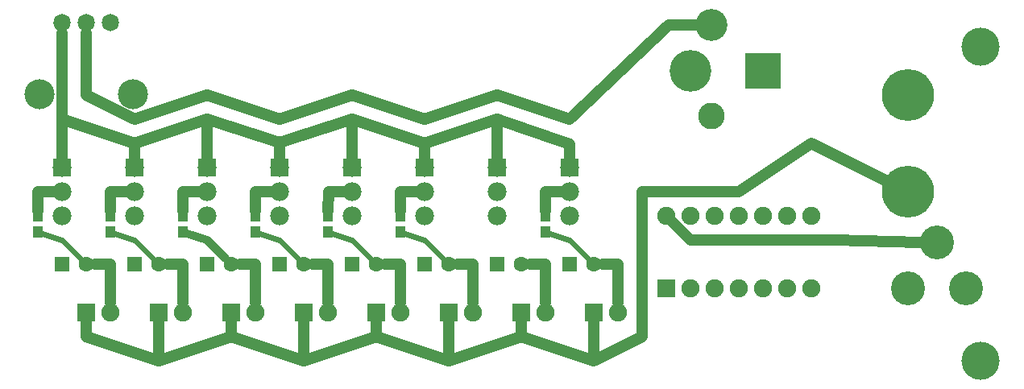
<source format=gtl>
G04 MADE WITH FRITZING*
G04 WWW.FRITZING.ORG*
G04 DOUBLE SIDED*
G04 HOLES PLATED*
G04 CONTOUR ON CENTER OF CONTOUR VECTOR*
%ASAXBY*%
%FSLAX23Y23*%
%MOIN*%
%OFA0B0*%
%SFA1.0B1.0*%
%ADD10C,0.078000*%
%ADD11C,0.075000*%
%ADD12C,0.215000*%
%ADD13C,0.140000*%
%ADD14C,0.071889*%
%ADD15C,0.071917*%
%ADD16C,0.124033*%
%ADD17C,0.062992*%
%ADD18C,0.157480*%
%ADD19C,0.148000*%
%ADD20C,0.132000*%
%ADD21C,0.110000*%
%ADD22C,0.172000*%
%ADD23R,0.078000X0.078000*%
%ADD24R,0.075000X0.075000*%
%ADD25R,0.062992X0.062992*%
%ADD26R,0.043307X0.047244*%
%ADD27R,0.150000X0.150000*%
%ADD28C,0.048000*%
%ADD29C,0.032000*%
%ADD30C,0.024000*%
%LNCOPPER1*%
G90*
G70*
G54D10*
X233Y953D03*
X233Y853D03*
X233Y753D03*
X533Y953D03*
X533Y853D03*
X533Y753D03*
X833Y953D03*
X833Y853D03*
X833Y753D03*
X1133Y953D03*
X1133Y853D03*
X1133Y753D03*
X1433Y953D03*
X1433Y853D03*
X1433Y753D03*
X1733Y953D03*
X1733Y853D03*
X1733Y753D03*
X2033Y953D03*
X2033Y853D03*
X2033Y753D03*
X2333Y953D03*
X2333Y853D03*
X2333Y753D03*
G54D11*
X2433Y353D03*
X2533Y353D03*
X2133Y353D03*
X2233Y353D03*
X1833Y353D03*
X1933Y353D03*
X1533Y353D03*
X1633Y353D03*
X1233Y353D03*
X1333Y353D03*
X933Y353D03*
X1033Y353D03*
X633Y353D03*
X733Y353D03*
X333Y353D03*
X433Y353D03*
X2733Y453D03*
X2733Y753D03*
X2833Y453D03*
X2833Y753D03*
X2933Y453D03*
X2933Y753D03*
X3033Y453D03*
X3033Y753D03*
X3133Y453D03*
X3133Y753D03*
X3233Y453D03*
X3233Y753D03*
X3333Y453D03*
X3333Y753D03*
G54D12*
X3733Y1253D03*
X3733Y1253D03*
X3733Y853D03*
X3733Y853D03*
G54D13*
X3973Y453D03*
X3733Y453D03*
X3853Y643D03*
X3973Y453D03*
X3733Y453D03*
X3853Y643D03*
G54D14*
X433Y1553D03*
X333Y1553D03*
G54D15*
X233Y1553D03*
G54D16*
X527Y1257D03*
X139Y1257D03*
G54D14*
X433Y1553D03*
X333Y1553D03*
G54D15*
X233Y1553D03*
G54D16*
X527Y1257D03*
X139Y1257D03*
G54D17*
X2334Y553D03*
X2433Y553D03*
X2034Y553D03*
X2133Y553D03*
X1734Y553D03*
X1833Y553D03*
X1434Y553D03*
X1533Y553D03*
X1134Y553D03*
X1233Y553D03*
X834Y553D03*
X933Y553D03*
X534Y553D03*
X633Y553D03*
X234Y553D03*
X333Y553D03*
G54D18*
X4033Y153D03*
X4033Y1453D03*
G54D19*
X3133Y1353D03*
G54D20*
X2918Y1541D03*
G54D21*
X2918Y1165D03*
G54D22*
X2833Y1353D03*
G54D23*
X233Y953D03*
X533Y953D03*
X833Y953D03*
X1133Y953D03*
X1433Y953D03*
X1733Y953D03*
X2033Y953D03*
X2333Y953D03*
G54D24*
X2433Y353D03*
X2133Y353D03*
X1833Y353D03*
X1533Y353D03*
X1233Y353D03*
X933Y353D03*
X633Y353D03*
X333Y353D03*
X2733Y453D03*
G54D25*
X2334Y553D03*
X2034Y553D03*
X1734Y553D03*
X1434Y553D03*
X1134Y553D03*
X834Y553D03*
X534Y553D03*
X234Y553D03*
G54D26*
X2233Y753D03*
X2233Y686D03*
X1633Y753D03*
X1633Y686D03*
X1333Y753D03*
X1333Y686D03*
X1033Y753D03*
X1033Y686D03*
X733Y753D03*
X733Y686D03*
X433Y753D03*
X433Y686D03*
X133Y753D03*
X133Y686D03*
G54D27*
X3132Y1353D03*
G54D28*
X2233Y854D02*
X2292Y853D01*
D02*
X2233Y771D02*
X2233Y854D01*
D02*
X1633Y854D02*
X1692Y853D01*
D02*
X1633Y771D02*
X1633Y854D01*
D02*
X1335Y854D02*
X1392Y853D01*
D02*
X1333Y771D02*
X1335Y854D01*
D02*
X1032Y854D02*
X1092Y853D01*
D02*
X1033Y771D02*
X1032Y854D01*
D02*
X734Y854D02*
X792Y853D01*
D02*
X733Y771D02*
X734Y854D01*
D02*
X432Y854D02*
X492Y853D01*
D02*
X433Y771D02*
X432Y854D01*
D02*
X134Y854D02*
X192Y853D01*
D02*
X133Y771D02*
X134Y854D01*
D02*
X733Y553D02*
X671Y553D01*
D02*
X733Y392D02*
X733Y553D01*
G54D29*
D02*
X833Y653D02*
X749Y680D01*
D02*
X910Y576D02*
X833Y653D01*
G54D28*
D02*
X1033Y553D02*
X971Y553D01*
D02*
X1033Y392D02*
X1033Y553D01*
D02*
X1333Y553D02*
X1271Y553D01*
D02*
X1333Y392D02*
X1333Y553D01*
G54D30*
D02*
X1133Y653D02*
X1049Y680D01*
D02*
X1214Y572D02*
X1133Y653D01*
G54D28*
D02*
X1633Y553D02*
X1633Y392D01*
D02*
X1571Y553D02*
X1633Y553D01*
G54D30*
D02*
X1433Y653D02*
X1349Y680D01*
D02*
X1514Y572D02*
X1433Y653D01*
G54D28*
D02*
X1933Y553D02*
X1933Y392D01*
D02*
X1871Y553D02*
X1933Y553D01*
G54D30*
D02*
X1733Y653D02*
X1649Y680D01*
D02*
X1814Y572D02*
X1733Y653D01*
G54D28*
D02*
X2533Y553D02*
X2471Y553D01*
D02*
X2533Y392D02*
X2533Y553D01*
G54D30*
D02*
X2333Y653D02*
X2249Y680D01*
D02*
X2414Y572D02*
X2333Y653D01*
G54D28*
D02*
X2233Y553D02*
X2233Y392D01*
D02*
X2171Y553D02*
X2233Y553D01*
D02*
X2633Y853D02*
X2633Y253D01*
D02*
X2633Y253D02*
X2433Y153D01*
D02*
X2433Y153D02*
X2433Y313D01*
D02*
X3333Y1053D02*
X3032Y852D01*
D02*
X3646Y896D02*
X3333Y1053D01*
D02*
X2133Y253D02*
X2133Y313D01*
D02*
X2433Y153D02*
X2133Y253D01*
D02*
X1833Y153D02*
X1833Y313D01*
D02*
X2133Y253D02*
X1833Y153D01*
D02*
X1533Y253D02*
X1533Y313D01*
D02*
X1833Y153D02*
X1533Y253D01*
D02*
X1233Y153D02*
X1233Y313D01*
D02*
X1533Y253D02*
X1233Y153D01*
D02*
X933Y253D02*
X933Y313D01*
D02*
X1233Y153D02*
X933Y253D01*
D02*
X633Y153D02*
X633Y313D01*
D02*
X933Y253D02*
X633Y153D01*
D02*
X333Y253D02*
X333Y313D01*
D02*
X633Y153D02*
X333Y253D01*
D02*
X233Y1153D02*
X233Y994D01*
D02*
X233Y1508D02*
X233Y1153D01*
D02*
X533Y1053D02*
X533Y994D01*
D02*
X233Y1153D02*
X533Y1053D01*
D02*
X833Y1153D02*
X833Y994D01*
D02*
X533Y1053D02*
X833Y1153D01*
D02*
X1133Y1056D02*
X1133Y1053D01*
D02*
X833Y1153D02*
X1133Y1056D01*
D02*
X1433Y1153D02*
X1433Y994D01*
D02*
X1133Y1056D02*
X1433Y1153D01*
D02*
X1733Y1053D02*
X1733Y994D01*
D02*
X1433Y1153D02*
X1733Y1053D01*
D02*
X2033Y1153D02*
X2033Y994D01*
D02*
X1733Y1053D02*
X2033Y1153D01*
D02*
X2333Y1049D02*
X2333Y994D01*
D02*
X2033Y1153D02*
X2333Y1049D01*
D02*
X3033Y653D02*
X3433Y653D01*
D02*
X2833Y653D02*
X3033Y653D01*
D02*
X2761Y725D02*
X2833Y653D01*
D02*
X3433Y653D02*
X3781Y644D01*
D02*
X2744Y1541D02*
X2333Y1153D01*
D02*
X1733Y1153D02*
X1433Y1253D01*
D02*
X2333Y1153D02*
X2033Y1253D01*
D02*
X2033Y1253D02*
X1733Y1153D01*
D02*
X533Y1153D02*
X333Y1253D01*
D02*
X1433Y1253D02*
X1133Y1153D01*
D02*
X1133Y1153D02*
X833Y1253D01*
D02*
X833Y1253D02*
X533Y1153D01*
D02*
X333Y1253D02*
X333Y1508D01*
D02*
X2856Y1541D02*
X2744Y1541D01*
D02*
X1133Y1053D02*
X1133Y994D01*
D02*
X3032Y852D02*
X2633Y853D01*
G54D30*
D02*
X233Y653D02*
X314Y572D01*
D02*
X149Y680D02*
X233Y653D01*
D02*
X533Y653D02*
X449Y680D01*
D02*
X614Y572D02*
X533Y653D01*
G54D28*
D02*
X433Y553D02*
X371Y553D01*
D02*
X433Y392D02*
X433Y553D01*
G04 End of Copper1*
M02*
</source>
